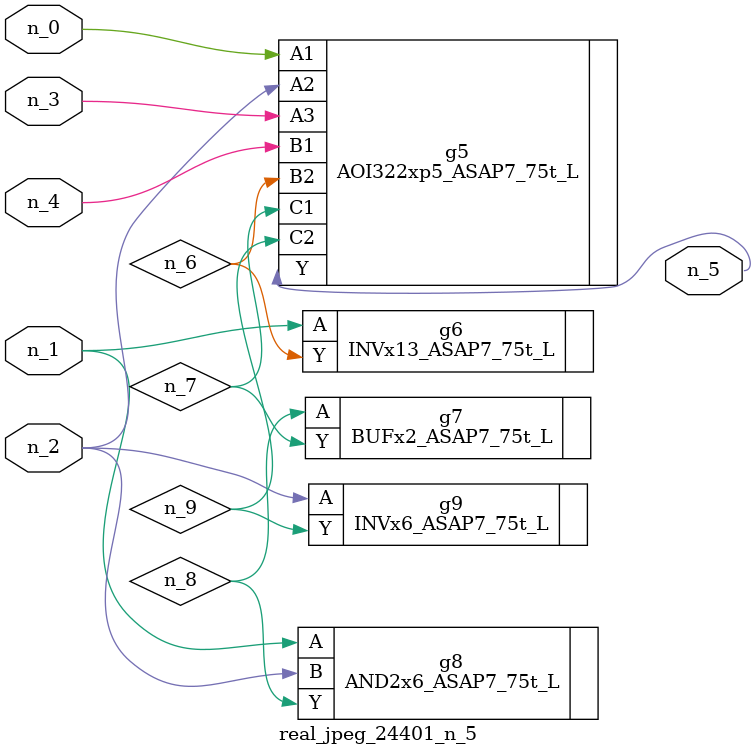
<source format=v>
module real_jpeg_24401_n_5 (n_4, n_0, n_1, n_2, n_3, n_5);

input n_4;
input n_0;
input n_1;
input n_2;
input n_3;

output n_5;

wire n_8;
wire n_6;
wire n_7;
wire n_9;

AOI322xp5_ASAP7_75t_L g5 ( 
.A1(n_0),
.A2(n_2),
.A3(n_3),
.B1(n_4),
.B2(n_6),
.C1(n_7),
.C2(n_9),
.Y(n_5)
);

INVx13_ASAP7_75t_L g6 ( 
.A(n_1),
.Y(n_6)
);

AND2x6_ASAP7_75t_L g8 ( 
.A(n_1),
.B(n_2),
.Y(n_8)
);

INVx6_ASAP7_75t_L g9 ( 
.A(n_2),
.Y(n_9)
);

BUFx2_ASAP7_75t_L g7 ( 
.A(n_8),
.Y(n_7)
);


endmodule
</source>
